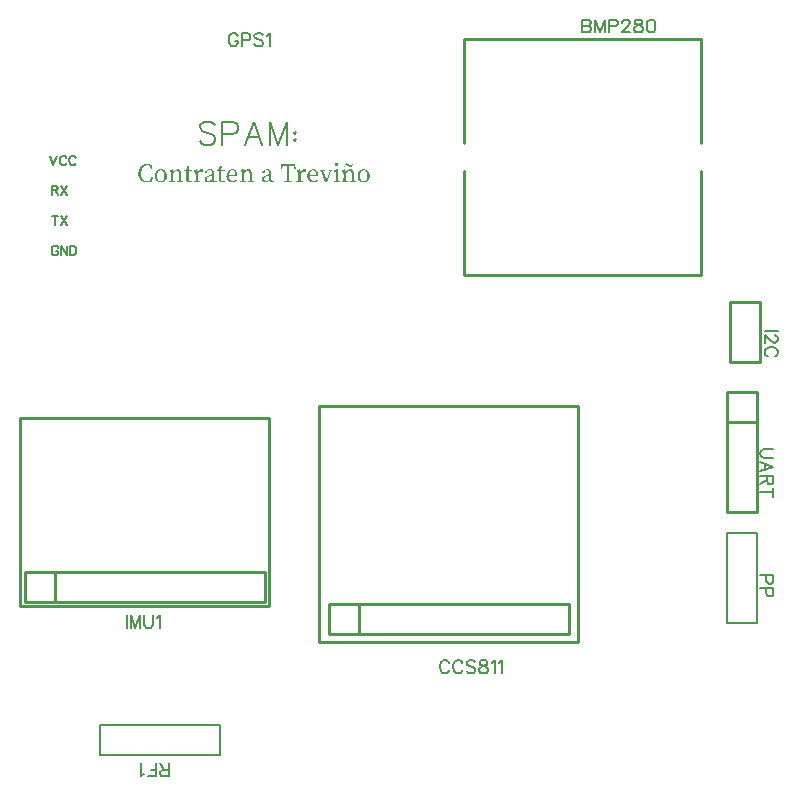
<source format=gto>
G04 Layer: TopSilkscreenLayer*
G04 EasyEDA v6.5.48, 2025-03-31 11:01:02*
G04 c93689d03b7b4a6a9263e186de41b3b9,93aebdfcfbe24d40a812e2b2de22b7a1,10*
G04 Gerber Generator version 0.2*
G04 Scale: 100 percent, Rotated: No, Reflected: No *
G04 Dimensions in millimeters *
G04 leading zeros omitted , absolute positions ,4 integer and 5 decimal *
%FSLAX45Y45*%
%MOMM*%

%ADD10C,0.2032*%
%ADD11C,0.1524*%
%ADD12C,0.2540*%
%ADD13C,0.2030*%

%LPD*%
G36*
X2972816Y-1629410D02*
G01*
X2967126Y-1630375D01*
X2962554Y-1633118D01*
X2959455Y-1637334D01*
X2958338Y-1642872D01*
X2959455Y-1648460D01*
X2962554Y-1652930D01*
X2967126Y-1655825D01*
X2972816Y-1656842D01*
X2978251Y-1655825D01*
X2982772Y-1652879D01*
X2985871Y-1648460D01*
X2987040Y-1642872D01*
X2985871Y-1637334D01*
X2982772Y-1633118D01*
X2978251Y-1630375D01*
G37*
G36*
X3057906Y-1631950D02*
G01*
X3053689Y-1632457D01*
X3049981Y-1633982D01*
X3046730Y-1636369D01*
X3043936Y-1639671D01*
X3041599Y-1643735D01*
X3039618Y-1648561D01*
X3038043Y-1654048D01*
X3036824Y-1660143D01*
X3041904Y-1661922D01*
X3044444Y-1654556D01*
X3047593Y-1648917D01*
X3051454Y-1645361D01*
X3056128Y-1644142D01*
X3060344Y-1645157D01*
X3064154Y-1647799D01*
X3071368Y-1655064D01*
X3074670Y-1657908D01*
X3078378Y-1660296D01*
X3082594Y-1661871D01*
X3087624Y-1662430D01*
X3091942Y-1661922D01*
X3095701Y-1660499D01*
X3099003Y-1658162D01*
X3101797Y-1654911D01*
X3104134Y-1650898D01*
X3106064Y-1646123D01*
X3107588Y-1640636D01*
X3108706Y-1634489D01*
X3103880Y-1632712D01*
X3101340Y-1640078D01*
X3098190Y-1645564D01*
X3094329Y-1649018D01*
X3089656Y-1650238D01*
X3085388Y-1649272D01*
X3081629Y-1646834D01*
X3074162Y-1639824D01*
X3070707Y-1636877D01*
X3067100Y-1634388D01*
X3062935Y-1632610D01*
G37*
G36*
X1369060Y-1638300D02*
G01*
X1362608Y-1638554D01*
X1356410Y-1639265D01*
X1350365Y-1640433D01*
X1344523Y-1642008D01*
X1338884Y-1644040D01*
X1333550Y-1646478D01*
X1328470Y-1649323D01*
X1323644Y-1652574D01*
X1319123Y-1656181D01*
X1314907Y-1660093D01*
X1311046Y-1664411D01*
X1307490Y-1669034D01*
X1304340Y-1673961D01*
X1301496Y-1679193D01*
X1299108Y-1684680D01*
X1297076Y-1690471D01*
X1295450Y-1696516D01*
X1294333Y-1702816D01*
X1293622Y-1709318D01*
X1293368Y-1716024D01*
X1293571Y-1722882D01*
X1294282Y-1729486D01*
X1295400Y-1735886D01*
X1296924Y-1741982D01*
X1298854Y-1747824D01*
X1301242Y-1753362D01*
X1303934Y-1758594D01*
X1307084Y-1763572D01*
X1310538Y-1768144D01*
X1314348Y-1772462D01*
X1318514Y-1776374D01*
X1322984Y-1779930D01*
X1327810Y-1783130D01*
X1332890Y-1785924D01*
X1338275Y-1788363D01*
X1343914Y-1790344D01*
X1349857Y-1791919D01*
X1356004Y-1793087D01*
X1362405Y-1793748D01*
X1369060Y-1794002D01*
X1374952Y-1793849D01*
X1380744Y-1793392D01*
X1386433Y-1792579D01*
X1392072Y-1791411D01*
X1397558Y-1789887D01*
X1402994Y-1788007D01*
X1408328Y-1785721D01*
X1413510Y-1783080D01*
X1414018Y-1750568D01*
X1401826Y-1750568D01*
X1396238Y-1778762D01*
X1389888Y-1781302D01*
X1383385Y-1782927D01*
X1376934Y-1783842D01*
X1370584Y-1784096D01*
X1364742Y-1783842D01*
X1359154Y-1783029D01*
X1353820Y-1781657D01*
X1348740Y-1779727D01*
X1343964Y-1777288D01*
X1339494Y-1774342D01*
X1335379Y-1770837D01*
X1331620Y-1766824D01*
X1328216Y-1762252D01*
X1325219Y-1757222D01*
X1322628Y-1751634D01*
X1320495Y-1745538D01*
X1318768Y-1738884D01*
X1317498Y-1731772D01*
X1316736Y-1724152D01*
X1316482Y-1716024D01*
X1316786Y-1707997D01*
X1317599Y-1700428D01*
X1318920Y-1693316D01*
X1320749Y-1686763D01*
X1323086Y-1680667D01*
X1325829Y-1675079D01*
X1328978Y-1669999D01*
X1332534Y-1665427D01*
X1336395Y-1661363D01*
X1340662Y-1657857D01*
X1345184Y-1654860D01*
X1350010Y-1652371D01*
X1355090Y-1650441D01*
X1360424Y-1649069D01*
X1365910Y-1648206D01*
X1371600Y-1647952D01*
X1377188Y-1648307D01*
X1382826Y-1649323D01*
X1388516Y-1651050D01*
X1394206Y-1653539D01*
X1399794Y-1681988D01*
X1411986Y-1681988D01*
X1411478Y-1649222D01*
X1406042Y-1646326D01*
X1400505Y-1643989D01*
X1395018Y-1642059D01*
X1389583Y-1640636D01*
X1384249Y-1639570D01*
X1379016Y-1638807D01*
X1373936Y-1638401D01*
G37*
G36*
X2502154Y-1641856D02*
G01*
X2500376Y-1681480D01*
X2511552Y-1681480D01*
X2517648Y-1651507D01*
X2552446Y-1651507D01*
X2552852Y-1673606D01*
X2552954Y-1736699D01*
X2552750Y-1766011D01*
X2552446Y-1780539D01*
X2529586Y-1783080D01*
X2529586Y-1790700D01*
X2596642Y-1790700D01*
X2596642Y-1783080D01*
X2573528Y-1780539D01*
X2573324Y-1751228D01*
X2573324Y-1673606D01*
X2573528Y-1651507D01*
X2608580Y-1651507D01*
X2614930Y-1681480D01*
X2625598Y-1681480D01*
X2624328Y-1641856D01*
G37*
G36*
X1707642Y-1654556D02*
G01*
X1701800Y-1684528D01*
X1681734Y-1687068D01*
X1681734Y-1694942D01*
X1700784Y-1694942D01*
X1700530Y-1767586D01*
X1700987Y-1773783D01*
X1702257Y-1779117D01*
X1704339Y-1783588D01*
X1707184Y-1787194D01*
X1710791Y-1789988D01*
X1715109Y-1791970D01*
X1720088Y-1793087D01*
X1725675Y-1793493D01*
X1733702Y-1792732D01*
X1740712Y-1790446D01*
X1746656Y-1786839D01*
X1751584Y-1782064D01*
X1747012Y-1776984D01*
X1742897Y-1779778D01*
X1739188Y-1781759D01*
X1735582Y-1782927D01*
X1731772Y-1783334D01*
X1726488Y-1782419D01*
X1722475Y-1779473D01*
X1719935Y-1774342D01*
X1719072Y-1766824D01*
X1719072Y-1694942D01*
X1749043Y-1694942D01*
X1749043Y-1685289D01*
X1719072Y-1685289D01*
X1720342Y-1654556D01*
G37*
G36*
X1985518Y-1654556D02*
G01*
X1979675Y-1684528D01*
X1959864Y-1687068D01*
X1959864Y-1694942D01*
X1978660Y-1694942D01*
X1978406Y-1767586D01*
X1978863Y-1773783D01*
X1980133Y-1779117D01*
X1982216Y-1783588D01*
X1985060Y-1787194D01*
X1988667Y-1789988D01*
X1992985Y-1791970D01*
X1997964Y-1793087D01*
X2003552Y-1793493D01*
X2011629Y-1792732D01*
X2018690Y-1790446D01*
X2024684Y-1786839D01*
X2029460Y-1782064D01*
X2024888Y-1776984D01*
X2020773Y-1779778D01*
X2017064Y-1781759D01*
X2013457Y-1782927D01*
X2009648Y-1783334D01*
X2004364Y-1782419D01*
X2000351Y-1779473D01*
X1997811Y-1774342D01*
X1996948Y-1766824D01*
X1996948Y-1694942D01*
X2026920Y-1694942D01*
X2026920Y-1685289D01*
X1997202Y-1685289D01*
X1998472Y-1654556D01*
G37*
G36*
X1484376Y-1682242D02*
G01*
X1479499Y-1682445D01*
X1474673Y-1683156D01*
X1469948Y-1684274D01*
X1465376Y-1685848D01*
X1460957Y-1687830D01*
X1456740Y-1690268D01*
X1452727Y-1693164D01*
X1449019Y-1696516D01*
X1445615Y-1700225D01*
X1442567Y-1704441D01*
X1439875Y-1709013D01*
X1437640Y-1714042D01*
X1435811Y-1719529D01*
X1434439Y-1725371D01*
X1433626Y-1731670D01*
X1433322Y-1738375D01*
X1453642Y-1738375D01*
X1453896Y-1730908D01*
X1454556Y-1724101D01*
X1455674Y-1717852D01*
X1457248Y-1712214D01*
X1459280Y-1707235D01*
X1461668Y-1702866D01*
X1464513Y-1699158D01*
X1467713Y-1696110D01*
X1471320Y-1693722D01*
X1475333Y-1691995D01*
X1479651Y-1690979D01*
X1484376Y-1690624D01*
X1489049Y-1690979D01*
X1493316Y-1691995D01*
X1497279Y-1693722D01*
X1500835Y-1696110D01*
X1504035Y-1699158D01*
X1506829Y-1702866D01*
X1509268Y-1707235D01*
X1511249Y-1712214D01*
X1512824Y-1717852D01*
X1513941Y-1724101D01*
X1514602Y-1730908D01*
X1514856Y-1738375D01*
X1514602Y-1745691D01*
X1513941Y-1752396D01*
X1512824Y-1758543D01*
X1511249Y-1764030D01*
X1509268Y-1768906D01*
X1506829Y-1773174D01*
X1504035Y-1776780D01*
X1500835Y-1779778D01*
X1497279Y-1782114D01*
X1493316Y-1783791D01*
X1489049Y-1784756D01*
X1484376Y-1785112D01*
X1479651Y-1784756D01*
X1475333Y-1783791D01*
X1471320Y-1782114D01*
X1467713Y-1779778D01*
X1464513Y-1776780D01*
X1461668Y-1773174D01*
X1459280Y-1768906D01*
X1457248Y-1764030D01*
X1455674Y-1758543D01*
X1454556Y-1752396D01*
X1453896Y-1745691D01*
X1453642Y-1738375D01*
X1433322Y-1738375D01*
X1433626Y-1745030D01*
X1434439Y-1751228D01*
X1435760Y-1757019D01*
X1437589Y-1762404D01*
X1439824Y-1767382D01*
X1442516Y-1771904D01*
X1445564Y-1775968D01*
X1448917Y-1779676D01*
X1452626Y-1782876D01*
X1456588Y-1785721D01*
X1460804Y-1788058D01*
X1465275Y-1790039D01*
X1469847Y-1791563D01*
X1474622Y-1792630D01*
X1479448Y-1793290D01*
X1484376Y-1793493D01*
X1489202Y-1793290D01*
X1494028Y-1792630D01*
X1498701Y-1791563D01*
X1503273Y-1790039D01*
X1507693Y-1788058D01*
X1511909Y-1785721D01*
X1515922Y-1782876D01*
X1519631Y-1779676D01*
X1523034Y-1775968D01*
X1526082Y-1771904D01*
X1528826Y-1767382D01*
X1531112Y-1762404D01*
X1532940Y-1757019D01*
X1534312Y-1751228D01*
X1535125Y-1745030D01*
X1535430Y-1738375D01*
X1535125Y-1731619D01*
X1534312Y-1725320D01*
X1532940Y-1719427D01*
X1531061Y-1713941D01*
X1528775Y-1708912D01*
X1526032Y-1704339D01*
X1522933Y-1700123D01*
X1519529Y-1696415D01*
X1515770Y-1693113D01*
X1511808Y-1690217D01*
X1507591Y-1687779D01*
X1503172Y-1685798D01*
X1498600Y-1684223D01*
X1493926Y-1683156D01*
X1489202Y-1682445D01*
G37*
G36*
X1629156Y-1682242D02*
G01*
X1623974Y-1682597D01*
X1618691Y-1683664D01*
X1613458Y-1685391D01*
X1608226Y-1687779D01*
X1603146Y-1690725D01*
X1598168Y-1694230D01*
X1593443Y-1698294D01*
X1589024Y-1702816D01*
X1587246Y-1684528D01*
X1584198Y-1682496D01*
X1552956Y-1694688D01*
X1552956Y-1701292D01*
X1570736Y-1703070D01*
X1571244Y-1732280D01*
X1570736Y-1781302D01*
X1554480Y-1783842D01*
X1554480Y-1790700D01*
X1605534Y-1790700D01*
X1605534Y-1783842D01*
X1590040Y-1781302D01*
X1589786Y-1710943D01*
X1598066Y-1704238D01*
X1605838Y-1699666D01*
X1613357Y-1697024D01*
X1620774Y-1696212D01*
X1625295Y-1696567D01*
X1629156Y-1697583D01*
X1632356Y-1699463D01*
X1634896Y-1702155D01*
X1636877Y-1705813D01*
X1638249Y-1710486D01*
X1639062Y-1716227D01*
X1639316Y-1723136D01*
X1639265Y-1752701D01*
X1638807Y-1781302D01*
X1622552Y-1783842D01*
X1622552Y-1790700D01*
X1673606Y-1790700D01*
X1673606Y-1783842D01*
X1658112Y-1781302D01*
X1657604Y-1743964D01*
X1657604Y-1722628D01*
X1657146Y-1712671D01*
X1655825Y-1704187D01*
X1653539Y-1697228D01*
X1650441Y-1691690D01*
X1646428Y-1687474D01*
X1641551Y-1684528D01*
X1635760Y-1682800D01*
G37*
G36*
X1829054Y-1682242D02*
G01*
X1824380Y-1682750D01*
X1819757Y-1684172D01*
X1815236Y-1686560D01*
X1810867Y-1689862D01*
X1806803Y-1693976D01*
X1802993Y-1698955D01*
X1799539Y-1704695D01*
X1796542Y-1711198D01*
X1794256Y-1684528D01*
X1791207Y-1682496D01*
X1759966Y-1694688D01*
X1759966Y-1701292D01*
X1777746Y-1703070D01*
X1778254Y-1732280D01*
X1778000Y-1781302D01*
X1761743Y-1783842D01*
X1761743Y-1790700D01*
X1815592Y-1790700D01*
X1815592Y-1783842D01*
X1797304Y-1781048D01*
X1796796Y-1743964D01*
X1796796Y-1726438D01*
X1800352Y-1717141D01*
X1804619Y-1709216D01*
X1809851Y-1702562D01*
X1816100Y-1696974D01*
X1818639Y-1699514D01*
X1821891Y-1702104D01*
X1825243Y-1704136D01*
X1828800Y-1705406D01*
X1832610Y-1705864D01*
X1838299Y-1704746D01*
X1842160Y-1701698D01*
X1844344Y-1696872D01*
X1845056Y-1690624D01*
X1842465Y-1687068D01*
X1838655Y-1684426D01*
X1834083Y-1682800D01*
G37*
G36*
X1900428Y-1682242D02*
G01*
X1892198Y-1682699D01*
X1884629Y-1684121D01*
X1877771Y-1686458D01*
X1871776Y-1689557D01*
X1866646Y-1693519D01*
X1862480Y-1698193D01*
X1859330Y-1703628D01*
X1857248Y-1709674D01*
X1858314Y-1713230D01*
X1860346Y-1715871D01*
X1863343Y-1717497D01*
X1867407Y-1718056D01*
X1871218Y-1717446D01*
X1874316Y-1715566D01*
X1876755Y-1712366D01*
X1878584Y-1707896D01*
X1882648Y-1692656D01*
X1889353Y-1691182D01*
X1895348Y-1690624D01*
X1900580Y-1690928D01*
X1905000Y-1691893D01*
X1908708Y-1693621D01*
X1911654Y-1696262D01*
X1913889Y-1699971D01*
X1915464Y-1704746D01*
X1916379Y-1710842D01*
X1916684Y-1718310D01*
X1916684Y-1725168D01*
X1903171Y-1728673D01*
X1891030Y-1732534D01*
X1881124Y-1736394D01*
X1873046Y-1740255D01*
X1866646Y-1744167D01*
X1861769Y-1748180D01*
X1858213Y-1752346D01*
X1855876Y-1756714D01*
X1854606Y-1761337D01*
X1854448Y-1763268D01*
X1873250Y-1763268D01*
X1873453Y-1760220D01*
X1874062Y-1757121D01*
X1875332Y-1753971D01*
X1877364Y-1750872D01*
X1880260Y-1747824D01*
X1884273Y-1744776D01*
X1889506Y-1741779D01*
X1896110Y-1738884D01*
X1905254Y-1735683D01*
X1916684Y-1732280D01*
X1916684Y-1767586D01*
X1908556Y-1773682D01*
X1902256Y-1777695D01*
X1896821Y-1779879D01*
X1891284Y-1780539D01*
X1884070Y-1779524D01*
X1878380Y-1776374D01*
X1874621Y-1770989D01*
X1873250Y-1763268D01*
X1854448Y-1763268D01*
X1854200Y-1766316D01*
X1854809Y-1772564D01*
X1856536Y-1778050D01*
X1859229Y-1782724D01*
X1862836Y-1786585D01*
X1867204Y-1789582D01*
X1872183Y-1791766D01*
X1877720Y-1793036D01*
X1883664Y-1793493D01*
X1888489Y-1793239D01*
X1892858Y-1792376D01*
X1896973Y-1791004D01*
X1900885Y-1789074D01*
X1904796Y-1786585D01*
X1908708Y-1783537D01*
X1912823Y-1779930D01*
X1917192Y-1775714D01*
X1919478Y-1782927D01*
X1923694Y-1788464D01*
X1929536Y-1792020D01*
X1937004Y-1793239D01*
X1942490Y-1792630D01*
X1947468Y-1790649D01*
X1951989Y-1787143D01*
X1956054Y-1781810D01*
X1951989Y-1777492D01*
X1949907Y-1779879D01*
X1947824Y-1781606D01*
X1945589Y-1782724D01*
X1943100Y-1783080D01*
X1939696Y-1782318D01*
X1937156Y-1779879D01*
X1935530Y-1775460D01*
X1934972Y-1768856D01*
X1934972Y-1720342D01*
X1934718Y-1713788D01*
X1934057Y-1707896D01*
X1932838Y-1702714D01*
X1931212Y-1698142D01*
X1929079Y-1694230D01*
X1926488Y-1690928D01*
X1923338Y-1688185D01*
X1919782Y-1685950D01*
X1915668Y-1684324D01*
X1911096Y-1683156D01*
X1906016Y-1682445D01*
G37*
G36*
X2091436Y-1682242D02*
G01*
X2086356Y-1682496D01*
X2081377Y-1683257D01*
X2076551Y-1684528D01*
X2071878Y-1686255D01*
X2067458Y-1688388D01*
X2063242Y-1691030D01*
X2059279Y-1694078D01*
X2055622Y-1697583D01*
X2052269Y-1701444D01*
X2049322Y-1705711D01*
X2046681Y-1710334D01*
X2044496Y-1715363D01*
X2042718Y-1720697D01*
X2041448Y-1726387D01*
X2041163Y-1728470D01*
X2060193Y-1728470D01*
X2061565Y-1719275D01*
X2063953Y-1711401D01*
X2067153Y-1704898D01*
X2071014Y-1699666D01*
X2075434Y-1695653D01*
X2080209Y-1692808D01*
X2085289Y-1691182D01*
X2090420Y-1690624D01*
X2095652Y-1691182D01*
X2100376Y-1692757D01*
X2104593Y-1695196D01*
X2108149Y-1698447D01*
X2111095Y-1702307D01*
X2113229Y-1706676D01*
X2114600Y-1711502D01*
X2115058Y-1716532D01*
X2114550Y-1721561D01*
X2112721Y-1725523D01*
X2109063Y-1728063D01*
X2103120Y-1728978D01*
X2060193Y-1728470D01*
X2041163Y-1728470D01*
X2040636Y-1732330D01*
X2040382Y-1738630D01*
X2040636Y-1744980D01*
X2041296Y-1750974D01*
X2042464Y-1756613D01*
X2044039Y-1761896D01*
X2046020Y-1766773D01*
X2048408Y-1771294D01*
X2051151Y-1775409D01*
X2054301Y-1779117D01*
X2057755Y-1782419D01*
X2061565Y-1785315D01*
X2065731Y-1787753D01*
X2070150Y-1789836D01*
X2074925Y-1791411D01*
X2079904Y-1792579D01*
X2085187Y-1793239D01*
X2090674Y-1793493D01*
X2097735Y-1793036D01*
X2104339Y-1791716D01*
X2110384Y-1789633D01*
X2115921Y-1786686D01*
X2120900Y-1783029D01*
X2125370Y-1778711D01*
X2129231Y-1773682D01*
X2132584Y-1768093D01*
X2128266Y-1765046D01*
X2122119Y-1771599D01*
X2115108Y-1776679D01*
X2106930Y-1779879D01*
X2097024Y-1781048D01*
X2091689Y-1780743D01*
X2086711Y-1779828D01*
X2082088Y-1778304D01*
X2077821Y-1776120D01*
X2073960Y-1773377D01*
X2070506Y-1769973D01*
X2067458Y-1766011D01*
X2064918Y-1761388D01*
X2062886Y-1756206D01*
X2061362Y-1750364D01*
X2060346Y-1743913D01*
X2059939Y-1736852D01*
X2131568Y-1737106D01*
X2132736Y-1731670D01*
X2133092Y-1724660D01*
X2132736Y-1718310D01*
X2131669Y-1712417D01*
X2129942Y-1706981D01*
X2127605Y-1702054D01*
X2124659Y-1697583D01*
X2121204Y-1693621D01*
X2117242Y-1690268D01*
X2112822Y-1687423D01*
X2107996Y-1685188D01*
X2102815Y-1683562D01*
X2097278Y-1682597D01*
G37*
G36*
X2227072Y-1682242D02*
G01*
X2221890Y-1682597D01*
X2216658Y-1683664D01*
X2211425Y-1685391D01*
X2206294Y-1687779D01*
X2201214Y-1690725D01*
X2196338Y-1694230D01*
X2191613Y-1698294D01*
X2187194Y-1702816D01*
X2185416Y-1684528D01*
X2182368Y-1682496D01*
X2150872Y-1694688D01*
X2150872Y-1701292D01*
X2168652Y-1703070D01*
X2169109Y-1716328D01*
X2168906Y-1781302D01*
X2152396Y-1783842D01*
X2152396Y-1790700D01*
X2203704Y-1790700D01*
X2203704Y-1783842D01*
X2188210Y-1781302D01*
X2187702Y-1743964D01*
X2187702Y-1710943D01*
X2196084Y-1704238D01*
X2203907Y-1699666D01*
X2211425Y-1697024D01*
X2218944Y-1696212D01*
X2223465Y-1696567D01*
X2227275Y-1697583D01*
X2230424Y-1699463D01*
X2232964Y-1702155D01*
X2234844Y-1705813D01*
X2236216Y-1710486D01*
X2236978Y-1716227D01*
X2237232Y-1723136D01*
X2236978Y-1781302D01*
X2220468Y-1783842D01*
X2220468Y-1790700D01*
X2271776Y-1790700D01*
X2271776Y-1783842D01*
X2256028Y-1781302D01*
X2255520Y-1743964D01*
X2255520Y-1722628D01*
X2255062Y-1712671D01*
X2253742Y-1704187D01*
X2251557Y-1697228D01*
X2248458Y-1691690D01*
X2244445Y-1687474D01*
X2239568Y-1684528D01*
X2233777Y-1682800D01*
G37*
G36*
X2386584Y-1682242D02*
G01*
X2378354Y-1682699D01*
X2370785Y-1684121D01*
X2363978Y-1686458D01*
X2357983Y-1689557D01*
X2352903Y-1693519D01*
X2348738Y-1698193D01*
X2345639Y-1703628D01*
X2343658Y-1709674D01*
X2344572Y-1713230D01*
X2346502Y-1715871D01*
X2349500Y-1717497D01*
X2353564Y-1718056D01*
X2357424Y-1717446D01*
X2360574Y-1715566D01*
X2363012Y-1712366D01*
X2364740Y-1707896D01*
X2369058Y-1692656D01*
X2375560Y-1691182D01*
X2381504Y-1690624D01*
X2386787Y-1690928D01*
X2391257Y-1691893D01*
X2394966Y-1693621D01*
X2397861Y-1696262D01*
X2400096Y-1699971D01*
X2401671Y-1704746D01*
X2402535Y-1710842D01*
X2402840Y-1718310D01*
X2402840Y-1725168D01*
X2396134Y-1726793D01*
X2383180Y-1730603D01*
X2377440Y-1732534D01*
X2367483Y-1736394D01*
X2359355Y-1740255D01*
X2352954Y-1744167D01*
X2348077Y-1748180D01*
X2344572Y-1752346D01*
X2342235Y-1756714D01*
X2341016Y-1761337D01*
X2340858Y-1763268D01*
X2359406Y-1763268D01*
X2359609Y-1760220D01*
X2360269Y-1757121D01*
X2361539Y-1753971D01*
X2363622Y-1750872D01*
X2366619Y-1747824D01*
X2370632Y-1744776D01*
X2375916Y-1741779D01*
X2382520Y-1738884D01*
X2391511Y-1735683D01*
X2402840Y-1732280D01*
X2402840Y-1767586D01*
X2394864Y-1773682D01*
X2388616Y-1777695D01*
X2383129Y-1779879D01*
X2377440Y-1780539D01*
X2370328Y-1779524D01*
X2364638Y-1776374D01*
X2360777Y-1770989D01*
X2359406Y-1763268D01*
X2340858Y-1763268D01*
X2340610Y-1766316D01*
X2341219Y-1772564D01*
X2342946Y-1778050D01*
X2345639Y-1782724D01*
X2349246Y-1786585D01*
X2353614Y-1789582D01*
X2358593Y-1791766D01*
X2364130Y-1793036D01*
X2370074Y-1793493D01*
X2374849Y-1793239D01*
X2379218Y-1792376D01*
X2383282Y-1791004D01*
X2387193Y-1789074D01*
X2391003Y-1786585D01*
X2394915Y-1783537D01*
X2403348Y-1775714D01*
X2405634Y-1782927D01*
X2409850Y-1788464D01*
X2415692Y-1792020D01*
X2423160Y-1793239D01*
X2428798Y-1792630D01*
X2433878Y-1790649D01*
X2438400Y-1787143D01*
X2442464Y-1781810D01*
X2438400Y-1777492D01*
X2436215Y-1779879D01*
X2434132Y-1781606D01*
X2431846Y-1782724D01*
X2429256Y-1783080D01*
X2425852Y-1782318D01*
X2423261Y-1779879D01*
X2421686Y-1775460D01*
X2421128Y-1768856D01*
X2421128Y-1720342D01*
X2420874Y-1713788D01*
X2420213Y-1707896D01*
X2418994Y-1702714D01*
X2417368Y-1698142D01*
X2415235Y-1694230D01*
X2412593Y-1690928D01*
X2409494Y-1688185D01*
X2405938Y-1685950D01*
X2401824Y-1684324D01*
X2397252Y-1683156D01*
X2392172Y-1682445D01*
G37*
G36*
X2700020Y-1682242D02*
G01*
X2695346Y-1682750D01*
X2690723Y-1684172D01*
X2686202Y-1686560D01*
X2681884Y-1689862D01*
X2677769Y-1693976D01*
X2673959Y-1698955D01*
X2670505Y-1704695D01*
X2667508Y-1711198D01*
X2665222Y-1684528D01*
X2662174Y-1682496D01*
X2630932Y-1694688D01*
X2630932Y-1701292D01*
X2648712Y-1703070D01*
X2649220Y-1732280D01*
X2648712Y-1781302D01*
X2632456Y-1783842D01*
X2632456Y-1790700D01*
X2686558Y-1790700D01*
X2686558Y-1783842D01*
X2668016Y-1781048D01*
X2667762Y-1726438D01*
X2671318Y-1717141D01*
X2675585Y-1709216D01*
X2680817Y-1702562D01*
X2687066Y-1696974D01*
X2689606Y-1699514D01*
X2692857Y-1702104D01*
X2696210Y-1704136D01*
X2699766Y-1705406D01*
X2703576Y-1705864D01*
X2709265Y-1704746D01*
X2713126Y-1701698D01*
X2715310Y-1696872D01*
X2716022Y-1690624D01*
X2713431Y-1687068D01*
X2709621Y-1684426D01*
X2705049Y-1682800D01*
G37*
G36*
X2775712Y-1682242D02*
G01*
X2770632Y-1682496D01*
X2765653Y-1683257D01*
X2760827Y-1684528D01*
X2756204Y-1686255D01*
X2751785Y-1688388D01*
X2747568Y-1691030D01*
X2743657Y-1694078D01*
X2740050Y-1697583D01*
X2736697Y-1701444D01*
X2733751Y-1705711D01*
X2731160Y-1710334D01*
X2728976Y-1715363D01*
X2727248Y-1720697D01*
X2725978Y-1726387D01*
X2725693Y-1728470D01*
X2744470Y-1728470D01*
X2745892Y-1719275D01*
X2748280Y-1711401D01*
X2751480Y-1704898D01*
X2755392Y-1699666D01*
X2759811Y-1695653D01*
X2764637Y-1692808D01*
X2769616Y-1691182D01*
X2774696Y-1690624D01*
X2779928Y-1691182D01*
X2784652Y-1692757D01*
X2788869Y-1695196D01*
X2792425Y-1698447D01*
X2795371Y-1702307D01*
X2797505Y-1706676D01*
X2798876Y-1711502D01*
X2799334Y-1716532D01*
X2798826Y-1721561D01*
X2796997Y-1725523D01*
X2793339Y-1728063D01*
X2787396Y-1728978D01*
X2744470Y-1728470D01*
X2725693Y-1728470D01*
X2725166Y-1732330D01*
X2724912Y-1738630D01*
X2725166Y-1744980D01*
X2725826Y-1750974D01*
X2726994Y-1756613D01*
X2728569Y-1761896D01*
X2730550Y-1766773D01*
X2732887Y-1771294D01*
X2735681Y-1775409D01*
X2738780Y-1779117D01*
X2742234Y-1782419D01*
X2746044Y-1785315D01*
X2750159Y-1787753D01*
X2754579Y-1789836D01*
X2759303Y-1791411D01*
X2764282Y-1792579D01*
X2769514Y-1793239D01*
X2774950Y-1793493D01*
X2782112Y-1793036D01*
X2788767Y-1791716D01*
X2794863Y-1789633D01*
X2800400Y-1786686D01*
X2805430Y-1783029D01*
X2809900Y-1778711D01*
X2813761Y-1773682D01*
X2817114Y-1768093D01*
X2812542Y-1765046D01*
X2806395Y-1771599D01*
X2799486Y-1776679D01*
X2791307Y-1779879D01*
X2781300Y-1781048D01*
X2775966Y-1780743D01*
X2770987Y-1779828D01*
X2766364Y-1778304D01*
X2762097Y-1776120D01*
X2758236Y-1773377D01*
X2754731Y-1769973D01*
X2751734Y-1766011D01*
X2749194Y-1761388D01*
X2747162Y-1756206D01*
X2745638Y-1750364D01*
X2744622Y-1743913D01*
X2744216Y-1736852D01*
X2815844Y-1737106D01*
X2816504Y-1734566D01*
X2817266Y-1728317D01*
X2817368Y-1724660D01*
X2817012Y-1718310D01*
X2815945Y-1712417D01*
X2814269Y-1706981D01*
X2811932Y-1702054D01*
X2809036Y-1697583D01*
X2805582Y-1693621D01*
X2801620Y-1690268D01*
X2797251Y-1687423D01*
X2792425Y-1685188D01*
X2787192Y-1683562D01*
X2781604Y-1682597D01*
G37*
G36*
X3089148Y-1682242D02*
G01*
X3083966Y-1682597D01*
X3078683Y-1683664D01*
X3073450Y-1685391D01*
X3068218Y-1687779D01*
X3063138Y-1690725D01*
X3058160Y-1694230D01*
X3053435Y-1698294D01*
X3049016Y-1702816D01*
X3047238Y-1684528D01*
X3044190Y-1682496D01*
X3012948Y-1694688D01*
X3012948Y-1701292D01*
X3030728Y-1703070D01*
X3031236Y-1732280D01*
X3030728Y-1781302D01*
X3014472Y-1783842D01*
X3014472Y-1790700D01*
X3065526Y-1790700D01*
X3065526Y-1783842D01*
X3050032Y-1781302D01*
X3049778Y-1710943D01*
X3058058Y-1704238D01*
X3065830Y-1699666D01*
X3073349Y-1697024D01*
X3080766Y-1696212D01*
X3085287Y-1696567D01*
X3089148Y-1697583D01*
X3092348Y-1699463D01*
X3094888Y-1702155D01*
X3096869Y-1705813D01*
X3098241Y-1710486D01*
X3099054Y-1716227D01*
X3099308Y-1723136D01*
X3099257Y-1752701D01*
X3098800Y-1781302D01*
X3082544Y-1783842D01*
X3082544Y-1790700D01*
X3133598Y-1790700D01*
X3133598Y-1783842D01*
X3118104Y-1781302D01*
X3117596Y-1743964D01*
X3117596Y-1722628D01*
X3117138Y-1712671D01*
X3115818Y-1704187D01*
X3113532Y-1697228D01*
X3110433Y-1691690D01*
X3106420Y-1687474D01*
X3101543Y-1684528D01*
X3095752Y-1682800D01*
G37*
G36*
X3201416Y-1682242D02*
G01*
X3196539Y-1682445D01*
X3191713Y-1683156D01*
X3186988Y-1684274D01*
X3182416Y-1685848D01*
X3177997Y-1687830D01*
X3173780Y-1690268D01*
X3169767Y-1693164D01*
X3166059Y-1696516D01*
X3162655Y-1700225D01*
X3159607Y-1704441D01*
X3156915Y-1709013D01*
X3154680Y-1714042D01*
X3152851Y-1719529D01*
X3151479Y-1725371D01*
X3150666Y-1731670D01*
X3150362Y-1738375D01*
X3170682Y-1738375D01*
X3170936Y-1730908D01*
X3171596Y-1724101D01*
X3172714Y-1717852D01*
X3174288Y-1712214D01*
X3176320Y-1707235D01*
X3178708Y-1702866D01*
X3181553Y-1699158D01*
X3184753Y-1696110D01*
X3188360Y-1693722D01*
X3192373Y-1691995D01*
X3196691Y-1690979D01*
X3201416Y-1690624D01*
X3206089Y-1690979D01*
X3210356Y-1691995D01*
X3214319Y-1693722D01*
X3217875Y-1696110D01*
X3221075Y-1699158D01*
X3223920Y-1702866D01*
X3226308Y-1707235D01*
X3228289Y-1712214D01*
X3229864Y-1717852D01*
X3230981Y-1724101D01*
X3231642Y-1730908D01*
X3231896Y-1738375D01*
X3231642Y-1745691D01*
X3230981Y-1752396D01*
X3229864Y-1758543D01*
X3228289Y-1764030D01*
X3226308Y-1768906D01*
X3223920Y-1773174D01*
X3221075Y-1776780D01*
X3217875Y-1779778D01*
X3214319Y-1782114D01*
X3210356Y-1783791D01*
X3206089Y-1784756D01*
X3201416Y-1785112D01*
X3196691Y-1784756D01*
X3192373Y-1783791D01*
X3188360Y-1782114D01*
X3184753Y-1779778D01*
X3181553Y-1776780D01*
X3178708Y-1773174D01*
X3176320Y-1768906D01*
X3174288Y-1764030D01*
X3172714Y-1758543D01*
X3171596Y-1752396D01*
X3170936Y-1745691D01*
X3170682Y-1738375D01*
X3150362Y-1738375D01*
X3150666Y-1745030D01*
X3151479Y-1751228D01*
X3152800Y-1757019D01*
X3154629Y-1762404D01*
X3156864Y-1767382D01*
X3159556Y-1771904D01*
X3162604Y-1775968D01*
X3165957Y-1779676D01*
X3169666Y-1782876D01*
X3173628Y-1785721D01*
X3177844Y-1788058D01*
X3182315Y-1790039D01*
X3186887Y-1791563D01*
X3191662Y-1792630D01*
X3196488Y-1793290D01*
X3201416Y-1793493D01*
X3206242Y-1793290D01*
X3211068Y-1792630D01*
X3215741Y-1791563D01*
X3220313Y-1790039D01*
X3224733Y-1788058D01*
X3228949Y-1785721D01*
X3232962Y-1782876D01*
X3236671Y-1779676D01*
X3240074Y-1775968D01*
X3243122Y-1771904D01*
X3245866Y-1767382D01*
X3248152Y-1762404D01*
X3249980Y-1757019D01*
X3251352Y-1751228D01*
X3252165Y-1745030D01*
X3252470Y-1738375D01*
X3252165Y-1731619D01*
X3251352Y-1725320D01*
X3249980Y-1719427D01*
X3248101Y-1713941D01*
X3245815Y-1708912D01*
X3243072Y-1704339D01*
X3239973Y-1700123D01*
X3236569Y-1696415D01*
X3232810Y-1693113D01*
X3228848Y-1690217D01*
X3224631Y-1687779D01*
X3220212Y-1685798D01*
X3215640Y-1684223D01*
X3210966Y-1683156D01*
X3206242Y-1682445D01*
G37*
G36*
X2979420Y-1682496D02*
G01*
X2945384Y-1694434D01*
X2945384Y-1701038D01*
X2963418Y-1702816D01*
X2963926Y-1732280D01*
X2963672Y-1781302D01*
X2946400Y-1783842D01*
X2946400Y-1790700D01*
X2997708Y-1790700D01*
X2997708Y-1783842D01*
X2982468Y-1781302D01*
X2981960Y-1743964D01*
X2981960Y-1713992D01*
X2982468Y-1684528D01*
G37*
G36*
X2825750Y-1685289D02*
G01*
X2825750Y-1692656D01*
X2838450Y-1694434D01*
X2878328Y-1792224D01*
X2887472Y-1792224D01*
X2924048Y-1695450D01*
X2936494Y-1692656D01*
X2936494Y-1685289D01*
X2895600Y-1685289D01*
X2895600Y-1692656D01*
X2913888Y-1695450D01*
X2887980Y-1769872D01*
X2859786Y-1694688D01*
X2879090Y-1692656D01*
X2879090Y-1685289D01*
G37*
D10*
X1945386Y-1308607D02*
G01*
X1926844Y-1290065D01*
X1899157Y-1280921D01*
X1862328Y-1280921D01*
X1834642Y-1290065D01*
X1816100Y-1308607D01*
X1816100Y-1327150D01*
X1825244Y-1345437D01*
X1834642Y-1354836D01*
X1852929Y-1363979D01*
X1908555Y-1382521D01*
X1926844Y-1391665D01*
X1936241Y-1400810D01*
X1945386Y-1419352D01*
X1945386Y-1447037D01*
X1926844Y-1465579D01*
X1899157Y-1474723D01*
X1862328Y-1474723D01*
X1834642Y-1465579D01*
X1816100Y-1447037D01*
X2006345Y-1280921D02*
G01*
X2006345Y-1474723D01*
X2006345Y-1280921D02*
G01*
X2089404Y-1280921D01*
X2117090Y-1290065D01*
X2126488Y-1299210D01*
X2135631Y-1317752D01*
X2135631Y-1345437D01*
X2126488Y-1363979D01*
X2117090Y-1373123D01*
X2089404Y-1382521D01*
X2006345Y-1382521D01*
X2270506Y-1280921D02*
G01*
X2196591Y-1474723D01*
X2270506Y-1280921D02*
G01*
X2344420Y-1474723D01*
X2224277Y-1410207D02*
G01*
X2316734Y-1410207D01*
X2405379Y-1280921D02*
G01*
X2405379Y-1474723D01*
X2405379Y-1280921D02*
G01*
X2479293Y-1474723D01*
X2553208Y-1280921D02*
G01*
X2479293Y-1474723D01*
X2553208Y-1280921D02*
G01*
X2553208Y-1474723D01*
X2623311Y-1363979D02*
G01*
X2614168Y-1373123D01*
X2623311Y-1382521D01*
X2632709Y-1373123D01*
X2623311Y-1363979D01*
X2623311Y-1428750D02*
G01*
X2614168Y-1437894D01*
X2623311Y-1447037D01*
X2632709Y-1437894D01*
X2623311Y-1428750D01*
D11*
X5053916Y-414781D02*
G01*
X5053916Y-523747D01*
X5053916Y-414781D02*
G01*
X5100652Y-414781D01*
X5116146Y-419862D01*
X5121480Y-425195D01*
X5126560Y-435610D01*
X5126560Y-446023D01*
X5121480Y-456437D01*
X5116146Y-461518D01*
X5100652Y-466597D01*
X5053916Y-466597D02*
G01*
X5100652Y-466597D01*
X5116146Y-471931D01*
X5121480Y-477012D01*
X5126560Y-487426D01*
X5126560Y-503173D01*
X5121480Y-513587D01*
X5116146Y-518668D01*
X5100652Y-523747D01*
X5053916Y-523747D01*
X5160850Y-414781D02*
G01*
X5160850Y-523747D01*
X5160850Y-414781D02*
G01*
X5202506Y-523747D01*
X5244162Y-414781D02*
G01*
X5202506Y-523747D01*
X5244162Y-414781D02*
G01*
X5244162Y-523747D01*
X5278452Y-414781D02*
G01*
X5278452Y-523747D01*
X5278452Y-414781D02*
G01*
X5325188Y-414781D01*
X5340682Y-419862D01*
X5346016Y-425195D01*
X5351096Y-435610D01*
X5351096Y-451104D01*
X5346016Y-461518D01*
X5340682Y-466597D01*
X5325188Y-471931D01*
X5278452Y-471931D01*
X5390466Y-440689D02*
G01*
X5390466Y-435610D01*
X5395800Y-425195D01*
X5400880Y-419862D01*
X5411294Y-414781D01*
X5432122Y-414781D01*
X5442536Y-419862D01*
X5447616Y-425195D01*
X5452950Y-435610D01*
X5452950Y-446023D01*
X5447616Y-456437D01*
X5437456Y-471931D01*
X5385386Y-523747D01*
X5458030Y-523747D01*
X5518482Y-414781D02*
G01*
X5502734Y-419862D01*
X5497654Y-430276D01*
X5497654Y-440689D01*
X5502734Y-451104D01*
X5513148Y-456437D01*
X5533976Y-461518D01*
X5549470Y-466597D01*
X5559884Y-477012D01*
X5565218Y-487426D01*
X5565218Y-503173D01*
X5559884Y-513587D01*
X5554804Y-518668D01*
X5539056Y-523747D01*
X5518482Y-523747D01*
X5502734Y-518668D01*
X5497654Y-513587D01*
X5492320Y-503173D01*
X5492320Y-487426D01*
X5497654Y-477012D01*
X5508068Y-466597D01*
X5523562Y-461518D01*
X5544390Y-456437D01*
X5554804Y-451104D01*
X5559884Y-440689D01*
X5559884Y-430276D01*
X5554804Y-419862D01*
X5539056Y-414781D01*
X5518482Y-414781D01*
X5630496Y-414781D02*
G01*
X5615002Y-419862D01*
X5604588Y-435610D01*
X5599508Y-461518D01*
X5599508Y-477012D01*
X5604588Y-503173D01*
X5615002Y-518668D01*
X5630496Y-523747D01*
X5640910Y-523747D01*
X5656658Y-518668D01*
X5667072Y-503173D01*
X5672152Y-477012D01*
X5672152Y-461518D01*
X5667072Y-435610D01*
X5656658Y-419862D01*
X5640910Y-414781D01*
X5630496Y-414781D01*
X3926077Y-5866892D02*
G01*
X3920743Y-5856478D01*
X3910329Y-5846063D01*
X3900170Y-5840984D01*
X3879341Y-5840984D01*
X3868927Y-5846063D01*
X3858513Y-5856478D01*
X3853179Y-5866892D01*
X3848100Y-5882639D01*
X3848100Y-5908547D01*
X3853179Y-5924042D01*
X3858513Y-5934455D01*
X3868927Y-5944870D01*
X3879341Y-5949950D01*
X3900170Y-5949950D01*
X3910329Y-5944870D01*
X3920743Y-5934455D01*
X3926077Y-5924042D01*
X4038345Y-5866892D02*
G01*
X4033011Y-5856478D01*
X4022597Y-5846063D01*
X4012184Y-5840984D01*
X3991609Y-5840984D01*
X3981195Y-5846063D01*
X3970781Y-5856478D01*
X3965447Y-5866892D01*
X3960368Y-5882639D01*
X3960368Y-5908547D01*
X3965447Y-5924042D01*
X3970781Y-5934455D01*
X3981195Y-5944870D01*
X3991609Y-5949950D01*
X4012184Y-5949950D01*
X4022597Y-5944870D01*
X4033011Y-5934455D01*
X4038345Y-5924042D01*
X4145279Y-5856478D02*
G01*
X4134865Y-5846063D01*
X4119372Y-5840984D01*
X4098543Y-5840984D01*
X4083050Y-5846063D01*
X4072636Y-5856478D01*
X4072636Y-5866892D01*
X4077715Y-5877305D01*
X4083050Y-5882639D01*
X4093209Y-5887720D01*
X4124452Y-5898134D01*
X4134865Y-5903213D01*
X4140200Y-5908547D01*
X4145279Y-5918962D01*
X4145279Y-5934455D01*
X4134865Y-5944870D01*
X4119372Y-5949950D01*
X4098543Y-5949950D01*
X4083050Y-5944870D01*
X4072636Y-5934455D01*
X4205477Y-5840984D02*
G01*
X4189984Y-5846063D01*
X4184650Y-5856478D01*
X4184650Y-5866892D01*
X4189984Y-5877305D01*
X4200397Y-5882639D01*
X4221225Y-5887720D01*
X4236720Y-5892800D01*
X4247134Y-5903213D01*
X4252213Y-5913628D01*
X4252213Y-5929376D01*
X4247134Y-5939789D01*
X4241800Y-5944870D01*
X4226306Y-5949950D01*
X4205477Y-5949950D01*
X4189984Y-5944870D01*
X4184650Y-5939789D01*
X4179570Y-5929376D01*
X4179570Y-5913628D01*
X4184650Y-5903213D01*
X4195063Y-5892800D01*
X4210811Y-5887720D01*
X4231640Y-5882639D01*
X4241800Y-5877305D01*
X4247134Y-5866892D01*
X4247134Y-5856478D01*
X4241800Y-5846063D01*
X4226306Y-5840984D01*
X4205477Y-5840984D01*
X4286504Y-5861812D02*
G01*
X4296918Y-5856478D01*
X4312665Y-5840984D01*
X4312665Y-5949950D01*
X4346956Y-5861812D02*
G01*
X4357370Y-5856478D01*
X4372863Y-5840984D01*
X4372863Y-5949950D01*
X1193800Y-5459984D02*
G01*
X1193800Y-5568950D01*
X1228089Y-5459984D02*
G01*
X1228089Y-5568950D01*
X1228089Y-5459984D02*
G01*
X1269745Y-5568950D01*
X1311147Y-5459984D02*
G01*
X1269745Y-5568950D01*
X1311147Y-5459984D02*
G01*
X1311147Y-5568950D01*
X1345437Y-5459984D02*
G01*
X1345437Y-5537962D01*
X1350771Y-5553455D01*
X1361186Y-5563870D01*
X1376679Y-5568950D01*
X1387094Y-5568950D01*
X1402587Y-5563870D01*
X1413002Y-5553455D01*
X1418336Y-5537962D01*
X1418336Y-5459984D01*
X1452626Y-5480812D02*
G01*
X1463039Y-5475478D01*
X1478534Y-5459984D01*
X1478534Y-5568950D01*
X2135377Y-558292D02*
G01*
X2130043Y-547878D01*
X2119629Y-537463D01*
X2109470Y-532384D01*
X2088641Y-532384D01*
X2078227Y-537463D01*
X2067813Y-547878D01*
X2062479Y-558292D01*
X2057400Y-574039D01*
X2057400Y-599947D01*
X2062479Y-615442D01*
X2067813Y-625855D01*
X2078227Y-636270D01*
X2088641Y-641350D01*
X2109470Y-641350D01*
X2119629Y-636270D01*
X2130043Y-625855D01*
X2135377Y-615442D01*
X2135377Y-599947D01*
X2109470Y-599947D02*
G01*
X2135377Y-599947D01*
X2169668Y-532384D02*
G01*
X2169668Y-641350D01*
X2169668Y-532384D02*
G01*
X2216404Y-532384D01*
X2231897Y-537463D01*
X2237231Y-542797D01*
X2242311Y-553212D01*
X2242311Y-568705D01*
X2237231Y-579120D01*
X2231897Y-584200D01*
X2216404Y-589534D01*
X2169668Y-589534D01*
X2349500Y-547878D02*
G01*
X2339086Y-537463D01*
X2323338Y-532384D01*
X2302509Y-532384D01*
X2287015Y-537463D01*
X2276602Y-547878D01*
X2276602Y-558292D01*
X2281936Y-568705D01*
X2287015Y-574039D01*
X2297429Y-579120D01*
X2328672Y-589534D01*
X2339086Y-594613D01*
X2344165Y-599947D01*
X2349500Y-610362D01*
X2349500Y-625855D01*
X2339086Y-636270D01*
X2323338Y-641350D01*
X2302509Y-641350D01*
X2287015Y-636270D01*
X2276602Y-625855D01*
X2383790Y-553212D02*
G01*
X2393950Y-547878D01*
X2409697Y-532384D01*
X2409697Y-641350D01*
X546100Y-1568957D02*
G01*
X575563Y-1646681D01*
X605281Y-1568957D02*
G01*
X575563Y-1646681D01*
X685037Y-1587500D02*
G01*
X681228Y-1580134D01*
X673862Y-1572768D01*
X666495Y-1568957D01*
X651763Y-1568957D01*
X644397Y-1572768D01*
X637031Y-1580134D01*
X633221Y-1587500D01*
X629665Y-1598421D01*
X629665Y-1616963D01*
X633221Y-1628139D01*
X637031Y-1635505D01*
X644397Y-1642871D01*
X651763Y-1646681D01*
X666495Y-1646681D01*
X673862Y-1642871D01*
X681228Y-1635505D01*
X685037Y-1628139D01*
X764794Y-1587500D02*
G01*
X761237Y-1580134D01*
X753618Y-1572768D01*
X746252Y-1568957D01*
X731520Y-1568957D01*
X724154Y-1572768D01*
X716787Y-1580134D01*
X712978Y-1587500D01*
X709421Y-1598421D01*
X709421Y-1616963D01*
X712978Y-1628139D01*
X716787Y-1635505D01*
X724154Y-1642871D01*
X731520Y-1646681D01*
X746252Y-1646681D01*
X753618Y-1642871D01*
X761237Y-1635505D01*
X764794Y-1628139D01*
X614171Y-2349500D02*
G01*
X610615Y-2342134D01*
X603250Y-2334768D01*
X595629Y-2330957D01*
X580897Y-2330957D01*
X573531Y-2334768D01*
X566165Y-2342134D01*
X562610Y-2349500D01*
X558800Y-2360421D01*
X558800Y-2378963D01*
X562610Y-2390139D01*
X566165Y-2397505D01*
X573531Y-2404871D01*
X580897Y-2408681D01*
X595629Y-2408681D01*
X603250Y-2404871D01*
X610615Y-2397505D01*
X614171Y-2390139D01*
X614171Y-2378963D01*
X595629Y-2378963D02*
G01*
X614171Y-2378963D01*
X638555Y-2330957D02*
G01*
X638555Y-2408681D01*
X638555Y-2330957D02*
G01*
X690371Y-2408681D01*
X690371Y-2330957D02*
G01*
X690371Y-2408681D01*
X714755Y-2330957D02*
G01*
X714755Y-2408681D01*
X714755Y-2330957D02*
G01*
X740663Y-2330957D01*
X751586Y-2334768D01*
X758952Y-2342134D01*
X762762Y-2349500D01*
X766318Y-2360421D01*
X766318Y-2378963D01*
X762762Y-2390139D01*
X758952Y-2397505D01*
X751586Y-2404871D01*
X740663Y-2408681D01*
X714755Y-2408681D01*
X584707Y-2076957D02*
G01*
X584707Y-2154681D01*
X558800Y-2076957D02*
G01*
X610615Y-2076957D01*
X635000Y-2076957D02*
G01*
X686562Y-2154681D01*
X686562Y-2076957D02*
G01*
X635000Y-2154681D01*
X558800Y-1822957D02*
G01*
X558800Y-1900681D01*
X558800Y-1822957D02*
G01*
X592073Y-1822957D01*
X603250Y-1826768D01*
X606805Y-1830323D01*
X610615Y-1837689D01*
X610615Y-1845055D01*
X606805Y-1852421D01*
X603250Y-1856231D01*
X592073Y-1860042D01*
X558800Y-1860042D01*
X584707Y-1860042D02*
G01*
X610615Y-1900681D01*
X635000Y-1822957D02*
G01*
X686562Y-1900681D01*
X686562Y-1822957D02*
G01*
X635000Y-1900681D01*
X6706615Y-3048000D02*
G01*
X6597650Y-3048000D01*
X6680708Y-3087370D02*
G01*
X6685788Y-3087370D01*
X6696202Y-3092704D01*
X6701536Y-3097784D01*
X6706615Y-3108197D01*
X6706615Y-3129026D01*
X6701536Y-3139439D01*
X6696202Y-3144520D01*
X6685788Y-3149854D01*
X6675374Y-3149854D01*
X6664959Y-3144520D01*
X6649465Y-3134360D01*
X6597650Y-3082289D01*
X6597650Y-3154934D01*
X6680708Y-3267202D02*
G01*
X6691122Y-3262121D01*
X6701536Y-3251707D01*
X6706615Y-3241294D01*
X6706615Y-3220465D01*
X6701536Y-3210052D01*
X6691122Y-3199637D01*
X6680708Y-3194557D01*
X6664959Y-3189223D01*
X6639052Y-3189223D01*
X6623558Y-3194557D01*
X6613143Y-3199637D01*
X6602729Y-3210052D01*
X6597650Y-3220465D01*
X6597650Y-3241294D01*
X6602729Y-3251707D01*
X6613143Y-3262121D01*
X6623558Y-3267202D01*
X6668515Y-5118100D02*
G01*
X6559550Y-5118100D01*
X6668515Y-5118100D02*
G01*
X6668515Y-5164836D01*
X6663436Y-5180329D01*
X6658102Y-5185663D01*
X6647688Y-5190744D01*
X6632193Y-5190744D01*
X6621779Y-5185663D01*
X6616700Y-5180329D01*
X6611365Y-5164836D01*
X6611365Y-5118100D01*
X6668515Y-5225034D02*
G01*
X6559550Y-5225034D01*
X6668515Y-5225034D02*
G01*
X6668515Y-5271770D01*
X6663436Y-5287518D01*
X6658102Y-5292597D01*
X6647688Y-5297931D01*
X6632193Y-5297931D01*
X6621779Y-5292597D01*
X6616700Y-5287518D01*
X6611365Y-5271770D01*
X6611365Y-5225034D01*
X1549400Y-6820915D02*
G01*
X1549400Y-6711950D01*
X1549400Y-6820915D02*
G01*
X1502663Y-6820915D01*
X1487170Y-6815836D01*
X1481836Y-6810502D01*
X1476755Y-6800087D01*
X1476755Y-6789673D01*
X1481836Y-6779260D01*
X1487170Y-6774179D01*
X1502663Y-6769100D01*
X1549400Y-6769100D01*
X1513078Y-6769100D02*
G01*
X1476755Y-6711950D01*
X1442465Y-6820915D02*
G01*
X1442465Y-6711950D01*
X1442465Y-6820915D02*
G01*
X1374902Y-6820915D01*
X1442465Y-6769100D02*
G01*
X1400810Y-6769100D01*
X1340612Y-6800087D02*
G01*
X1330197Y-6805421D01*
X1314450Y-6820915D01*
X1314450Y-6711950D01*
X6668515Y-4051300D02*
G01*
X6590538Y-4051300D01*
X6575043Y-4056379D01*
X6564629Y-4066794D01*
X6559550Y-4082542D01*
X6559550Y-4092955D01*
X6564629Y-4108450D01*
X6575043Y-4118863D01*
X6590538Y-4123944D01*
X6668515Y-4123944D01*
X6668515Y-4199889D02*
G01*
X6559550Y-4158234D01*
X6668515Y-4199889D02*
G01*
X6559550Y-4241545D01*
X6595872Y-4173981D02*
G01*
X6595872Y-4225797D01*
X6668515Y-4275836D02*
G01*
X6559550Y-4275836D01*
X6668515Y-4275836D02*
G01*
X6668515Y-4322571D01*
X6663436Y-4338065D01*
X6658102Y-4343400D01*
X6647688Y-4348479D01*
X6637274Y-4348479D01*
X6626859Y-4343400D01*
X6621779Y-4338065D01*
X6616700Y-4322571D01*
X6616700Y-4275836D01*
X6616700Y-4312157D02*
G01*
X6559550Y-4348479D01*
X6668515Y-4419092D02*
G01*
X6559550Y-4419092D01*
X6668515Y-4382770D02*
G01*
X6668515Y-4455413D01*
D12*
X4054602Y-1697502D02*
G01*
X4054602Y-2578196D01*
X4054602Y-578200D02*
G01*
X4054602Y-1458894D01*
X6054597Y-578200D02*
G01*
X4054602Y-578200D01*
X6054597Y-1458894D02*
G01*
X6054597Y-578200D01*
X6054597Y-2578196D02*
G01*
X6054597Y-1697502D01*
X6054597Y-2578196D02*
G01*
X4054602Y-2578196D01*
X4940297Y-5359400D02*
G01*
X4940297Y-5613400D01*
X2908302Y-5613400D01*
X2908302Y-5359400D01*
X4940297Y-5359400D01*
X3164652Y-5359400D02*
G01*
X3164652Y-5613400D01*
X2362197Y-5092700D02*
G01*
X2362197Y-5346700D01*
X330202Y-5346700D01*
X330202Y-5092700D01*
X2362197Y-5092700D01*
X586552Y-5092700D02*
G01*
X586552Y-5346700D01*
X6553200Y-2806700D02*
G01*
X6553200Y-3314700D01*
X6299200Y-3314700D01*
X6299200Y-2806700D01*
X6553200Y-2806700D01*
D10*
X6527800Y-4953000D02*
G01*
X6527800Y-4762500D01*
X6273800Y-4762500D01*
X6273800Y-5524500D01*
X6527800Y-5524500D01*
D13*
X6527800Y-5524500D02*
G01*
X6527800Y-4953000D01*
D10*
X965200Y-6642100D02*
G01*
X965200Y-6388100D01*
X1981200Y-6388100D01*
X1981200Y-6642100D01*
X1790700Y-6642100D01*
D13*
X965200Y-6642100D02*
G01*
X1790700Y-6642100D01*
D12*
X6527800Y-3825052D02*
G01*
X6527800Y-4584700D01*
X6273800Y-4584700D01*
X6273800Y-3568700D01*
X6527800Y-3568700D01*
X6527800Y-3825052D01*
X6527800Y-3825052D02*
G01*
X6273800Y-3825052D01*
X296214Y-3784701D02*
G01*
X2396210Y-3784701D01*
X2396210Y-5384698D01*
X296214Y-5384698D01*
X296214Y-3784701D01*
X2819400Y-3683000D02*
G01*
X5019395Y-3683000D01*
X5019395Y-5682995D01*
X2819400Y-5682995D01*
X2819400Y-3683000D01*
M02*

</source>
